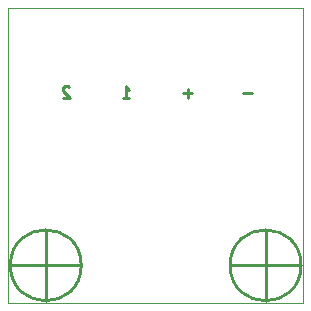
<source format=gbr>
%TF.GenerationSoftware,KiCad,Pcbnew,(7.0.0)*%
%TF.CreationDate,2023-08-29T19:28:47-03:00*%
%TF.ProjectId,Driver_TB67H451AFNG,44726976-6572-45f5-9442-363748343531,rev?*%
%TF.SameCoordinates,Original*%
%TF.FileFunction,Legend,Bot*%
%TF.FilePolarity,Positive*%
%FSLAX46Y46*%
G04 Gerber Fmt 4.6, Leading zero omitted, Abs format (unit mm)*
G04 Created by KiCad (PCBNEW (7.0.0)) date 2023-08-29 19:28:47*
%MOMM*%
%LPD*%
G01*
G04 APERTURE LIST*
%ADD10C,0.250000*%
%ADD11C,0.254000*%
%TA.AperFunction,Profile*%
%ADD12C,0.100000*%
%TD*%
G04 APERTURE END LIST*
D10*
X154988095Y-93922380D02*
X155559523Y-93922380D01*
X155273809Y-93922380D02*
X155273809Y-92922380D01*
X155273809Y-92922380D02*
X155369047Y-93065238D01*
X155369047Y-93065238D02*
X155464285Y-93160476D01*
X155464285Y-93160476D02*
X155559523Y-93208095D01*
X160881904Y-93541428D02*
X160120000Y-93541428D01*
X160500952Y-93922380D02*
X160500952Y-93160476D01*
X150479523Y-93017619D02*
X150431904Y-92970000D01*
X150431904Y-92970000D02*
X150336666Y-92922380D01*
X150336666Y-92922380D02*
X150098571Y-92922380D01*
X150098571Y-92922380D02*
X150003333Y-92970000D01*
X150003333Y-92970000D02*
X149955714Y-93017619D01*
X149955714Y-93017619D02*
X149908095Y-93112857D01*
X149908095Y-93112857D02*
X149908095Y-93208095D01*
X149908095Y-93208095D02*
X149955714Y-93350952D01*
X149955714Y-93350952D02*
X150527142Y-93922380D01*
X150527142Y-93922380D02*
X149908095Y-93922380D01*
X165961904Y-93541428D02*
X165200000Y-93541428D01*
D11*
%TO.C,H2*%
X164100000Y-108090000D02*
X170100000Y-108090000D01*
X167100000Y-105090000D02*
X167100000Y-111090000D01*
X170100000Y-108090000D02*
G75*
G03*
X170100000Y-108090000I-3000000J0D01*
G01*
%TO.C,H1*%
X145490000Y-108090000D02*
X151490000Y-108090000D01*
X148490000Y-105090000D02*
X148490000Y-111090000D01*
X151490000Y-108090000D02*
G75*
G03*
X151490000Y-108090000I-3000000J0D01*
G01*
%TD*%
D12*
X145290000Y-86280000D02*
X170290000Y-86280000D01*
X170290000Y-86280000D02*
X170290000Y-111280000D01*
X170290000Y-111280000D02*
X145290000Y-111280000D01*
X145290000Y-111280000D02*
X145290000Y-86280000D01*
M02*

</source>
